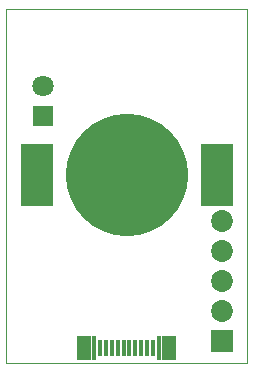
<source format=gbs>
G75*
%MOIN*%
%OFA0B0*%
%FSLAX25Y25*%
%IPPOS*%
%LPD*%
%AMOC8*
5,1,8,0,0,1.08239X$1,22.5*
%
%ADD10C,0.00000*%
%ADD11C,0.40800*%
%ADD12R,0.10800X0.20800*%
%ADD13R,0.04724X0.07874*%
%ADD14R,0.01575X0.07874*%
%ADD15R,0.01575X0.05512*%
%ADD16R,0.07300X0.07300*%
%ADD17C,0.07300*%
%ADD18R,0.07099X0.07099*%
%ADD19C,0.07099*%
D10*
X0041335Y0037870D02*
X0041335Y0155980D01*
X0121650Y0155980D01*
X0121650Y0037870D01*
X0041335Y0037870D01*
D11*
X0081493Y0100469D03*
D12*
X0051493Y0100469D03*
X0111493Y0100469D03*
D13*
X0095823Y0042791D03*
X0067162Y0042791D03*
D14*
X0070666Y0042791D03*
X0092320Y0042791D03*
D15*
X0090351Y0042791D03*
X0088383Y0042791D03*
X0086414Y0042791D03*
X0084446Y0042791D03*
X0082477Y0042791D03*
X0080509Y0042791D03*
X0078540Y0042791D03*
X0076572Y0042791D03*
X0074603Y0042791D03*
X0072635Y0042791D03*
D16*
X0113383Y0045350D03*
D17*
X0113383Y0055350D03*
X0113383Y0065350D03*
X0113383Y0075350D03*
X0113383Y0085350D03*
D18*
X0053776Y0120193D03*
D19*
X0053776Y0130193D03*
M02*

</source>
